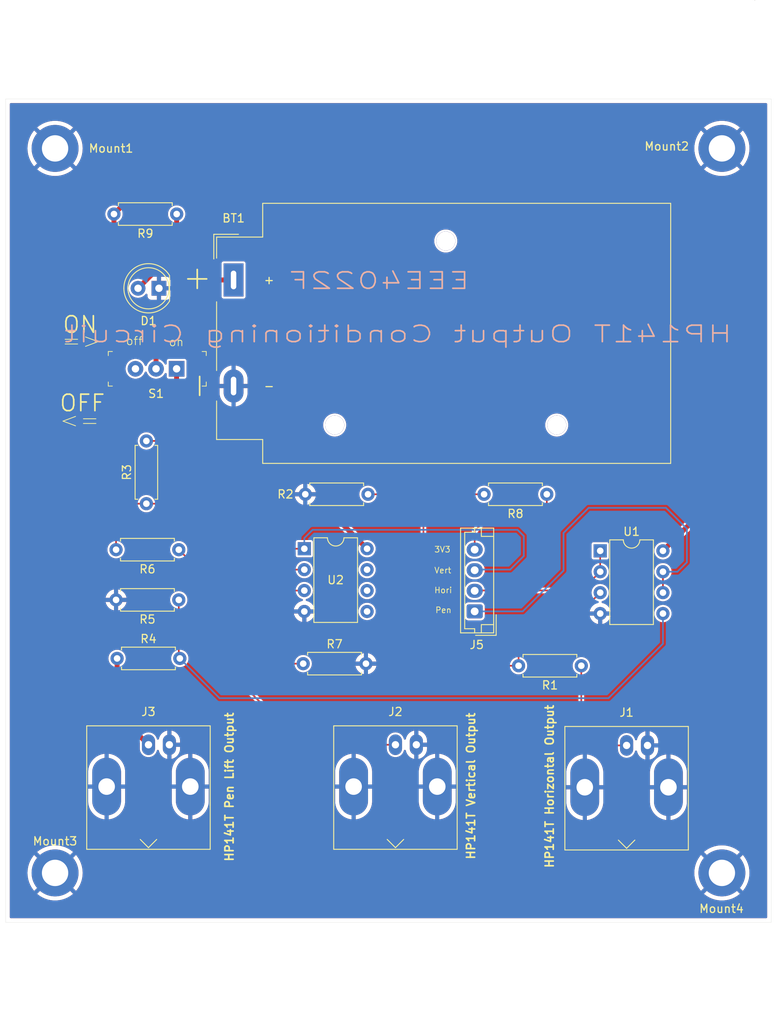
<source format=kicad_pcb>
(kicad_pcb (version 20221018) (generator pcbnew)
  (title_block (title "HP141T Signal Conditioning Board") (date "2025-04-04") (rev "v01") (company "University of  Cape Town"))
  (layers (0 "F.Cu" signal) (31 "B.Cu" signal) (34 "B.Paste" user) (35 "F.Paste" user) (36 "B.SilkS" user "B.Silkscreen") (37 "F.SilkS" user "F.Silkscreen") (38 "B.Mask" user) (39 "F.Mask" user) (44 "Edge.Cuts" user))
  (net 0 "")
  (net 1 "+9V")
  (net 2 "V_vout")
  (net 3 "GND")
  (net 4 "Net-(D1-A)")
  (net 5 "V_hin")
  (net 6 "Net-(U1A-+)")
  (net 7 "Net-(U2A--)")
  (net 8 "V_penin")
  (net 9 "Net-(U1B-+)")
  (net 10 "V_vin")
  (net 11 "Net-(U2A-+)")
  (net 12 "3V3")
  (net 13 "V_hout")
  (net 14 "V_penout")
  (net 18 "Net-(BT1-+)")
  (footprint "Battery:BatteryHolder_MPD_BA9VPC_1xPP3" (layer "F.Cu") (at 121.08 53.98)
    (fp_text reference "BT1" (at 0 -7.5) (layer "F.SilkS"))
    (fp_text value "9V")
    (fp_text user "-" (at 3.6 12.88) (layer "F.SilkS") (effects (justify left)))
    (fp_text user "+" (at 3.6 0) (layer "F.SilkS") (effects (justify left)))
    (fp_line (start -2.4 -5.55) (end -2.4 -2.55) (stroke (width 0.12)) (layer "F.SilkS"))
    (fp_line (start -2.4 -5.55) (end 0.6 -5.55) (stroke (width 0.12)) (layer "F.SilkS"))
    (fp_line (start -2.06 -5.21) (end -2.06 -2.65) (stroke (width 0.12)) (layer "F.SilkS"))
    (fp_line (start -2.06 2.65) (end -2.06 11) (stroke (width 0.12)) (layer "F.SilkS"))
    (fp_line (start -2.06 19.38) (end -2.06 14.7) (stroke (width 0.12)) (layer "F.SilkS"))
    (fp_line (start 3.54 -9.31) (end 3.54 -5.21) (stroke (width 0.12)) (layer "F.SilkS"))
    (fp_line (start 3.54 -5.21) (end -2.06 -5.21) (stroke (width 0.12)) (layer "F.SilkS"))
    (fp_line (start 3.54 19.38) (end -2.06 19.38) (stroke (width 0.12)) (layer "F.SilkS"))
    (fp_line (start 3.54 22.28) (end 3.54 19.38) (stroke (width 0.12)) (layer "F.SilkS"))
    (fp_line (start 53.1 -9.31) (end 3.54 -9.31) (stroke (width 0.12)) (layer "F.SilkS"))
    (fp_line (start 53.1 22.28) (end 3.54 22.28) (stroke (width 0.12)) (layer "F.SilkS"))
    (fp_line (start 53.1 22.28) (end 53.1 -9.31) (stroke (width 0.12)) (layer "F.SilkS"))
    (pad "" np_thru_hole circle (at 12.29 17.62) (size 2.3 2.3) (drill 2.29) (layers "*.Cu" "*.Mask"))
    (pad "" np_thru_hole circle (at 25.78 -4.73) (size 2.3 2.3) (drill 2.29) (layers "*.Cu" "*.Mask"))
    (pad "" np_thru_hole circle (at 39.26 17.62) (size 2.3 2.3) (drill 2.29) (layers "*.Cu" "*.Mask"))
    (pad "1" thru_hole rect (at 0 0) (size 2.41 4.02) (drill oval 0.66 2.27) (layers "*.Cu" "*.Mask") (net 18 "Net-(BT1-+)"))
    (pad "2" thru_hole oval (at 0 12.88) (size 2.41 4.02) (drill oval 0.66 2.27) (layers "*.Cu" "*.Mask") (net 3 "GND"))
  )
  (footprint "Connector_Coaxial:BNC_Amphenol_B6252HB-NPP3G-50_Horizontal" (layer "F.Cu") (at 110.744 110.434 180)
    (fp_text reference "J3" (at 0 4) (layer "F.SilkS"))
    (fp_text value "Conn_Coaxial")
    (fp_line (start -7.5 -12.7) (end 7.5 -12.7) (stroke (width 0.12)) (layer "F.SilkS"))
    (fp_line (start -7.5 2.3) (end -7.5 -12.7) (stroke (width 0.12)) (layer "F.SilkS"))
    (fp_line (start 0 -12.5) (end -1 -11.5) (stroke (width 0.12)) (layer "F.SilkS"))
    (fp_line (start 0 -12.5) (end 1 -11.5) (stroke (width 0.12)) (layer "F.SilkS"))
    (fp_line (start 7.5 -12.7) (end 7.5 2.3) (stroke (width 0.12)) (layer "F.SilkS"))
    (fp_line (start 7.5 2.3) (end -7.5 2.3) (stroke (width 0.12)) (layer "F.SilkS"))
    (pad "1" thru_hole oval (at 0 0 180) (size 1.6 2.5) (drill 0.89) (layers "*.Cu" "*.Mask") (net 8 "V_penin"))
    (pad "2" thru_hole oval (at -5.08 -5.08 180) (size 3.5 7) (drill 2.01) (layers "*.Cu" "*.Mask") (net 3 "GND"))
    (pad "2" thru_hole oval (at -2.54 0 180) (size 1.6 2.5) (drill 0.89) (layers "*.Cu" "*.Mask") (net 3 "GND"))
    (pad "2" thru_hole oval (at 5.08 -5.08 180) (size 3.5 7) (drill 2.01) (layers "*.Cu" "*.Mask") (net 3 "GND"))
  )
  (footprint "Connector_Coaxial:BNC_Amphenol_B6252HB-NPP3G-50_Horizontal" (layer "F.Cu") (at 168.824 110.514 180)
    (fp_text reference "J1" (at 0 4) (layer "F.SilkS"))
    (fp_text value "Conn_Coaxial")
    (fp_line (start -7.5 -12.7) (end 7.5 -12.7) (stroke (width 0.12)) (layer "F.SilkS"))
    (fp_line (start -7.5 2.3) (end -7.5 -12.7) (stroke (width 0.12)) (layer "F.SilkS"))
    (fp_line (start 0 -12.5) (end -1 -11.5) (stroke (width 0.12)) (layer "F.SilkS"))
    (fp_line (start 0 -12.5) (end 1 -11.5) (stroke (width 0.12)) (layer "F.SilkS"))
    (fp_line (start 7.5 -12.7) (end 7.5 2.3) (stroke (width 0.12)) (layer "F.SilkS"))
    (fp_line (start 7.5 2.3) (end -7.5 2.3) (stroke (width 0.12)) (layer "F.SilkS"))
    (pad "1" thru_hole oval (at 0 0 180) (size 1.6 2.5) (drill 0.89) (layers "*.Cu" "*.Mask") (net 5 "V_hin"))
    (pad "2" thru_hole oval (at -5.08 -5.08 180) (size 3.5 7) (drill 2.01) (layers "*.Cu" "*.Mask") (net 3 "GND"))
    (pad "2" thru_hole oval (at -2.54 0 180) (size 1.6 2.5) (drill 0.89) (layers "*.Cu" "*.Mask") (net 3 "GND"))
    (pad "2" thru_hole oval (at 5.08 -5.08 180) (size 3.5 7) (drill 2.01) (layers "*.Cu" "*.Mask") (net 3 "GND"))
  )
  (footprint "Resistor_THT:R_Axial_DIN0207_L6.3mm_D2.5mm_P7.62mm_Horizontal" (layer "F.Cu") (at 106.934 99.949)
    (fp_text reference "R4" (at 3.81 -2.37) (layer "F.SilkS"))
    (fp_text value "47k")
    (fp_line (start 0.54 -1.37) (end 7.08 -1.37) (stroke (width 0.12)) (layer "F.SilkS"))
    (fp_line (start 0.54 -1.04) (end 0.54 -1.37) (stroke (width 0.12)) (layer "F.SilkS"))
    (fp_line (start 0.54 1.04) (end 0.54 1.37) (stroke (width 0.12)) (layer "F.SilkS"))
    (fp_line (start 0.54 1.37) (end 7.08 1.37) (stroke (width 0.12)) (layer "F.SilkS"))
    (fp_line (start 7.08 -1.37) (end 7.08 -1.04) (stroke (width 0.12)) (layer "F.SilkS"))
    (fp_line (start 7.08 1.37) (end 7.08 1.04) (stroke (width 0.12)) (layer "F.SilkS"))
    (pad "1" thru_hole circle (at 0 0) (size 1.6 1.6) (drill 0.8) (layers "*.Cu" "*.Mask") (net 8 "V_penin"))
    (pad "2" thru_hole oval (at 7.62 0) (size 1.6 1.6) (drill 0.8) (layers "*.Cu" "*.Mask") (net 9 "Net-(U1B-+)"))
  )
  (footprint "Resistor_THT:R_Axial_DIN0207_L6.3mm_D2.5mm_P7.62mm_Horizontal" (layer "F.Cu") (at 159.131 80.01 180)
    (fp_text reference "R8" (at 3.81 -2.37) (layer "F.SilkS"))
    (fp_text value "68k")
    (fp_line (start 0.54 -1.37) (end 7.08 -1.37) (stroke (width 0.12)) (layer "F.SilkS"))
    (fp_line (start 0.54 -1.04) (end 0.54 -1.37) (stroke (width 0.12)) (layer "F.SilkS"))
    (fp_line (start 0.54 1.04) (end 0.54 1.37) (stroke (width 0.12)) (layer "F.SilkS"))
    (fp_line (start 0.54 1.37) (end 7.08 1.37) (stroke (width 0.12)) (layer "F.SilkS"))
    (fp_line (start 7.08 -1.37) (end 7.08 -1.04) (stroke (width 0.12)) (layer "F.SilkS"))
    (fp_line (start 7.08 1.37) (end 7.08 1.04) (stroke (width 0.12)) (layer "F.SilkS"))
    (pad "1" thru_hole circle (at 0 0 180) (size 1.6 1.6) (drill 0.8) (layers "*.Cu" "*.Mask") (net 12 "3V3"))
    (pad "2" thru_hole oval (at 7.62 0 180) (size 1.6 1.6) (drill 0.8) (layers "*.Cu" "*.Mask") (net 6 "Net-(U1A-+)"))
  )
  (footprint "Package_DIP:DIP-8_W7.62mm" (layer "F.Cu") (at 165.618 86.878)
    (fp_text reference "U1" (at 3.81 -2.33) (layer "F.SilkS"))
    (fp_text value "LM358")
    (fp_line (start 1.16 -1.33) (end 1.16 8.95) (stroke (width 0.12)) (layer "F.SilkS"))
    (fp_line (start 1.16 8.95) (end 6.46 8.95) (stroke (width 0.12)) (layer "F.SilkS"))
    (fp_line (start 2.81 -1.33) (end 1.16 -1.33) (stroke (width 0.12)) (layer "F.SilkS"))
    (fp_line (start 6.46 -1.33) (end 4.81 -1.33) (stroke (width 0.12)) (layer "F.SilkS"))
    (fp_line (start 6.46 8.95) (end 6.46 -1.33) (stroke (width 0.12)) (layer "F.SilkS"))
    (fp_arc (start 4.81 -1.33) (mid 3.81 -0.33) (end 2.81 -1.33) (stroke (width 0.12)) (layer "F.SilkS"))
    (pad "1" thru_hole rect (at 0 0) (size 1.6 1.6) (drill 0.8) (layers "*.Cu" "*.Mask") (net 13 "V_hout"))
    (pad "2" thru_hole oval (at 0 2.54) (size 1.6 1.6) (drill 0.8) (layers "*.Cu" "*.Mask") (net 13 "V_hout"))
    (pad "3" thru_hole oval (at 0 5.08) (size 1.6 1.6) (drill 0.8) (layers "*.Cu" "*.Mask") (net 6 "Net-(U1A-+)"))
    (pad "4" thru_hole oval (at 0 7.62) (size 1.6 1.6) (drill 0.8) (layers "*.Cu" "*.Mask") (net 3 "GND"))
    (pad "5" thru_hole oval (at 7.62 7.62) (size 1.6 1.6) (drill 0.8) (layers "*.Cu" "*.Mask") (net 9 "Net-(U1B-+)"))
    (pad "6" thru_hole oval (at 7.62 5.08) (size 1.6 1.6) (drill 0.8) (layers "*.Cu" "*.Mask") (net 14 "V_penout"))
    (pad "7" thru_hole oval (at 7.62 2.54) (size 1.6 1.6) (drill 0.8) (layers "*.Cu" "*.Mask") (net 14 "V_penout"))
    (pad "8" thru_hole oval (at 7.62 0) (size 1.6 1.6) (drill 0.8) (layers "*.Cu" "*.Mask") (net 1 "+9V"))
  )
  (footprint "MountingHole:MountingHole_3.2mm_M3_ISO7380_Pad" (layer "F.Cu") (at 99.4 38)
    (fp_text reference "Mount1" (at 6.8 0) (layer "F.SilkS"))
    (fp_text value "MountingHole_3.2mm_M3_ISO7380_Pad")
    (pad "1" thru_hole circle (at 0 0) (size 5.7 5.7) (drill 3.2) (layers "*.Cu" "*.Mask") (net 3 "GND"))
  )
  (footprint "Resistor_THT:R_Axial_DIN0207_L6.3mm_D2.5mm_P7.62mm_Horizontal" (layer "F.Cu") (at 114.427 86.741 180)
    (fp_text reference "R6" (at 3.81 -2.37) (layer "F.SilkS"))
    (fp_text value "2.7k")
    (fp_line (start 0.54 -1.37) (end 7.08 -1.37) (stroke (width 0.12)) (layer "F.SilkS"))
    (fp_line (start 0.54 -1.04) (end 0.54 -1.37) (stroke (width 0.12)) (layer "F.SilkS"))
    (fp_line (start 0.54 1.04) (end 0.54 1.37) (stroke (width 0.12)) (layer "F.SilkS"))
    (fp_line (start 0.54 1.37) (end 7.08 1.37) (stroke (width 0.12)) (layer "F.SilkS"))
    (fp_line (start 7.08 -1.37) (end 7.08 -1.04) (stroke (width 0.12)) (layer "F.SilkS"))
    (fp_line (start 7.08 1.37) (end 7.08 1.04) (stroke (width 0.12)) (layer "F.SilkS"))
    (pad "1" thru_hole circle (at 0 0 180) (size 1.6 1.6) (drill 0.8) (layers "*.Cu" "*.Mask") (net 10 "V_vin"))
    (pad "2" thru_hole oval (at 7.62 0 180) (size 1.6 1.6) (drill 0.8) (layers "*.Cu" "*.Mask") (net 7 "Net-(U2A--)"))
  )
  (footprint "Package_DIP:DIP-8_W7.62mm" (layer "F.Cu") (at 129.677 86.624)
    (fp_text reference "U2" (at 3.8 3.8) (layer "F.SilkS"))
    (fp_text value "LM358")
    (fp_line (start 1.16 -1.33) (end 1.16 8.95) (stroke (width 0.12)) (layer "F.SilkS"))
    (fp_line (start 1.16 8.95) (end 6.46 8.95) (stroke (width 0.12)) (layer "F.SilkS"))
    (fp_line (start 2.81 -1.33) (end 1.16 -1.33) (stroke (width 0.12)) (layer "F.SilkS"))
    (fp_line (start 6.46 -1.33) (end 4.81 -1.33) (stroke (width 0.12)) (layer "F.SilkS"))
    (fp_line (start 6.46 8.95) (end 6.46 -1.33) (stroke (width 0.12)) (layer "F.SilkS"))
    (fp_arc (start 4.81 -1.33) (mid 3.81 -0.33) (end 2.81 -1.33) (stroke (width 0.12)) (layer "F.SilkS"))
    (pad "1" thru_hole rect (at 0 0) (size 1.6 1.6) (drill 0.8) (layers "*.Cu" "*.Mask") (net 2 "V_vout"))
    (pad "2" thru_hole oval (at 0 2.54) (size 1.6 1.6) (drill 0.8) (layers "*.Cu" "*.Mask") (net 7 "Net-(U2A--)"))
    (pad "3" thru_hole oval (at 0 5.08) (size 1.6 1.6) (drill 0.8) (layers "*.Cu" "*.Mask") (net 11 "Net-(U2A-+)"))
    (pad "4" thru_hole oval (at 0 7.62) (size 1.6 1.6) (drill 0.8) (layers "*.Cu" "*.Mask") (net 3 "GND"))
    (pad "5" thru_hole oval (at 7.62 7.62) (size 1.6 1.6) (drill 0.8) (layers "*.Cu" "*.Mask"))
    (pad "6" thru_hole oval (at 7.62 5.08) (size 1.6 1.6) (drill 0.8) (layers "*.Cu" "*.Mask"))
    (pad "7" thru_hole oval (at 7.62 2.54) (size 1.6 1.6) (drill 0.8) (layers "*.Cu" "*.Mask"))
    (pad "8" thru_hole oval (at 7.62 0) (size 1.6 1.6) (drill 0.8) (layers "*.Cu" "*.Mask") (net 1 "+9V"))
  )
  (footprint "Resistor_THT:R_Axial_DIN0207_L6.3mm_D2.5mm_P7.62mm_Horizontal" (layer "F.Cu") (at 137.414 80.01 180)
    (fp_text reference "R2" (at 10.033 0) (layer "F.SilkS"))
    (fp_text value "200k")
    (fp_line (start 0.54 -1.37) (end 7.08 -1.37) (stroke (width 0.12)) (layer "F.SilkS"))
    (fp_line (start 0.54 -1.04) (end 0.54 -1.37) (stroke (width 0.12)) (layer "F.SilkS"))
    (fp_line (start 0.54 1.04) (end 0.54 1.37) (stroke (width 0.12)) (layer "F.SilkS"))
    (fp_line (start 0.54 1.37) (end 7.08 1.37) (stroke (width 0.12)) (layer "F.SilkS"))
    (fp_line (start 7.08 -1.37) (end 7.08 -1.04) (stroke (width 0.12)) (layer "F.SilkS"))
    (fp_line (start 7.08 1.37) (end 7.08 1.04) (stroke (width 0.12)) (layer "F.SilkS"))
    (pad "1" thru_hole circle (at 0 0 180) (size 1.6 1.6) (drill 0.8) (layers "*.Cu" "*.Mask") (net 6 "Net-(U1A-+)"))
    (pad "2" thru_hole oval (at 7.62 0 180) (size 1.6 1.6) (drill 0.8) (layers "*.Cu" "*.Mask") (net 3 "GND"))
  )
  (footprint "MountingHole:MountingHole_3.2mm_M3_ISO7380_Pad" (layer "F.Cu") (at 99.4 126)
    (fp_text reference "Mount3" (at 0 -3.85) (layer "F.SilkS"))
    (fp_text value "MountingHole_3.2mm_M3_ISO7380_Pad")
    (pad "1" thru_hole circle (at 0 0) (size 5.7 5.7) (drill 3.2) (layers "*.Cu" "*.Mask") (net 3 "GND"))
  )
  (footprint "digikey-footprints:Switch_Slide_11.6x4mm_EG1218" (layer "F.Cu") (at 114.163 64.77 180)
    (fp_text reference "S1" (at 2.49 -3.02 180) (layer "F.SilkS"))
    (fp_text value "EG1218")
    (fp_line (start -3.6 -2.1) (end -3.6 -1.6) (stroke (width 0.1)) (layer "F.SilkS"))
    (fp_line (start -3.6 -2.1) (end -3.1 -2.1) (stroke (width 0.1)) (layer "F.SilkS"))
    (fp_line (start -3.6 2.1) (end -3.6 1.6) (stroke (width 0.1)) (layer "F.SilkS"))
    (fp_line (start -3.6 2.1) (end -3.1 2.1) (stroke (width 0.1)) (layer "F.SilkS"))
    (fp_line (start 8.3 -2.1) (end 7.8 -2.1) (stroke (width 0.1)) (layer "F.SilkS"))
    (fp_line (start 8.3 -2.1) (end 8.3 -1.6) (stroke (width 0.1)) (layer "F.SilkS"))
    (fp_line (start 8.3 2.1) (end 7.8 2.1) (stroke (width 0.1)) (layer "F.SilkS"))
    (fp_line (start 8.3 2.1) (end 8.3 1.6) (stroke (width 0.1)) (layer "F.SilkS"))
    (pad "1" thru_hole rect (at 0 0 180) (size 1.9 1.9) (drill 0.9) (layers "*.Cu" "*.Mask") (net 1 "+9V"))
    (pad "2" thru_hole circle (at 2.5 0 180) (size 1.9 1.9) (drill 0.9) (layers "*.Cu" "*.Mask") (net 18 "Net-(BT1-+)"))
    (pad "3" thru_hole circle (at 5 0 180) (size 1.9 1.9) (drill 0.9) (layers "*.Cu" "*.Mask"))
  )
  (footprint "MountingHole:MountingHole_3.2mm_M3_ISO7380_Pad" (layer "F.Cu") (at 180.4 38)
    (fp_text reference "Mount2" (at -6.7 -0.25) (layer "F.SilkS"))
    (fp_text value "MountingHole_3.2mm_M3_ISO7380_Pad")
    (pad "1" thru_hole circle (at 0 0) (size 5.7 5.7) (drill 3.2) (layers "*.Cu" "*.Mask") (net 3 "GND"))
  )
  (footprint "MountingHole:MountingHole_3.2mm_M3_ISO7380_Pad" (layer "F.Cu") (at 180.4 126)
    (fp_text reference "Mount4" (at -0.05 4.35) (layer "F.SilkS"))
    (fp_text value "MountingHole_3.2mm_M3_ISO7380_Pad")
    (pad "1" thru_hole circle (at 0 0) (size 5.7 5.7) (drill 3.2) (layers "*.Cu" "*.Mask") (net 3 "GND"))
  )
  (footprint "Resistor_THT:R_Axial_DIN0207_L6.3mm_D2.5mm_P7.62mm_Horizontal" (layer "F.Cu") (at 114.173 45.974 180)
    (fp_text reference "R9" (at 3.81 -2.37) (layer "F.SilkS"))
    (fp_text value "470R")
    (fp_line (start 0.54 -1.37) (end 7.08 -1.37) (stroke (width 0.12)) (layer "F.SilkS"))
    (fp_line (start 0.54 -1.04) (end 0.54 -1.37) (stroke (width 0.12)) (layer "F.SilkS"))
    (fp_line (start 0.54 1.04) (end 0.54 1.37) (stroke (width 0.12)) (layer "F.SilkS"))
    (fp_line (start 0.54 1.37) (end 7.08 1.37) (stroke (width 0.12)) (layer "F.SilkS"))
    (fp_line (start 7.08 -1.37) (end 7.08 -1.04) (stroke (width 0.12)) (layer "F.SilkS"))
    (fp_line (start 7.08 1.37) (end 7.08 1.04) (stroke (width 0.12)) (layer "F.SilkS"))
    (pad "1" thru_hole circle (at 0 0 180) (size 1.6 1.6) (drill 0.8) (layers "*.Cu" "*.Mask") (net 4 "Net-(D1-A)"))
    (pad "2" thru_hole oval (at 7.62 0 180) (size 1.6 1.6) (drill 0.8) (layers "*.Cu" "*.Mask") (net 1 "+9V"))
  )
  (footprint "Resistor_THT:R_Axial_DIN0207_L6.3mm_D2.5mm_P7.62mm_Horizontal" (layer "F.Cu") (at 110.49 81.153 90)
    (fp_text reference "R3" (at 3.81 -2.37 90) (layer "F.SilkS"))
    (fp_text value "10k")
    (fp_line (start 0.54 -1.37) (end 7.08 -1.37) (stroke (width 0.12)) (layer "F.SilkS"))
    (fp_line (start 0.54 -1.04) (end 0.54 -1.37) (stroke (width 0.12)) (layer "F.SilkS"))
    (fp_line (start 0.54 1.04) (end 0.54 1.37) (stroke (width 0.12)) (layer "F.SilkS"))
    (fp_line (start 0.54 1.37) (end 7.08 1.37) (stroke (width 0.12)) (layer "F.SilkS"))
    (fp_line (start 7.08 -1.37) (end 7.08 -1.04) (stroke (width 0.12)) (layer "F.SilkS"))
    (fp_line (start 7.08 1.37) (end 7.08 1.04) (stroke (width 0.12)) (layer "F.SilkS"))
    (pad "1" thru_hole circle (at 0 0 90) (size 1.6 1.6) (drill 0.8) (layers "*.Cu" "*.Mask") (net 7 "Net-(U2A--)"))
    (pad "2" thru_hole oval (at 7.62 0 90) (size 1.6 1.6) (drill 0.8) (layers "*.Cu" "*.Mask") (net 2 "V_vout"))
  )
  (footprint "Resistor_THT:R_Axial_DIN0207_L6.3mm_D2.5mm_P7.62mm_Horizontal" (layer "F.Cu") (at 114.427 92.837 180)
    (fp_text reference "R5" (at 3.81 -2.37) (layer "F.SilkS"))
    (fp_text value "10k")
    (fp_line (start 0.54 -1.37) (end 7.08 -1.37) (stroke (width 0.12)) (layer "F.SilkS"))
    (fp_line (start 0.54 -1.04) (end 0.54 -1.37) (stroke (width 0.12)) (layer "F.SilkS"))
    (fp_line (start 0.54 1.04) (end 0.54 1.37) (stroke (width 0.12)) (layer "F.SilkS"))
    (fp_line (start 0.54 1.37) (end 7.08 1.37) (stroke (width 0.12)) (layer "F.SilkS"))
    (fp_line (start 7.08 -1.37) (end 7.08 -1.04) (stroke (width 0.12)) (layer "F.SilkS"))
    (fp_line (start 7.08 1.37) (end 7.08 1.04) (stroke (width 0.12)) (layer "F.SilkS"))
    (pad "1" thru_hole circle (at 0 0 180) (size 1.6 1.6) (drill 0.8) (layers "*.Cu" "*.Mask") (net 9 "Net-(U1B-+)"))
    (pad "2" thru_hole oval (at 7.62 0 180) (size 1.6 1.6) (drill 0.8) (layers "*.Cu" "*.Mask") (net 3 "GND"))
  )
  (footprint "Resistor_THT:R_Axial_DIN0207_L6.3mm_D2.5mm_P7.62mm_Horizontal" (layer "F.Cu") (at 163.322 100.838 180)
    (fp_text reference "R1" (at 3.81 -2.37) (layer "F.SilkS"))
    (fp_text value "100k")
    (fp_line (start 0.54 -1.37) (end 7.08 -1.37) (stroke (width 0.12)) (layer "F.SilkS"))
    (fp_line (start 0.54 -1.04) (end 0.54 -1.37) (stroke (width 0.12)) (layer "F.SilkS"))
    (fp_line (start 0.54 1.04) (end 0.54 1.37) (stroke (width 0.12)) (layer "F.SilkS"))
    (fp_line (start 0.54 1.37) (end 7.08 1.37) (stroke (width 0.12)) (layer "F.SilkS"))
    (fp_line (start 7.08 -1.37) (end 7.08 -1.04) (stroke (width 0.12)) (layer "F.SilkS"))
    (fp_line (start 7.08 1.37) (end 7.08 1.04) (stroke (width 0.12)) (layer "F.SilkS"))
    (pad "1" thru_hole circle (at 0 0 180) (size 1.6 1.6) (drill 0.8) (layers "*.Cu" "*.Mask") (net 5 "V_hin"))
    (pad "2" thru_hole oval (at 7.62 0 180) (size 1.6 1.6) (drill 0.8) (layers "*.Cu" "*.Mask") (net 6 "Net-(U1A-+)"))
  )
  (footprint "Resistor_THT:R_Axial_DIN0207_L6.3mm_D2.5mm_P7.62mm_Horizontal" (layer "F.Cu") (at 129.54 100.584)
    (fp_text reference "R7" (at 3.81 -2.37) (layer "F.SilkS"))
    (fp_text value "2.2k")
    (fp_line (start 0.54 -1.37) (end 7.08 -1.37) (stroke (width 0.12)) (layer "F.SilkS"))
    (fp_line (start 0.54 -1.04) (end 0.54 -1.37) (stroke (width 0.12)) (layer "F.SilkS"))
    (fp_line (start 0.54 1.04) (end 0.54 1.37) (stroke (width 0.12)) (layer "F.SilkS"))
    (fp_line (start 0.54 1.37) (end 7.08 1.37) (stroke (width 0.12)) (layer "F.SilkS"))
    (fp_line (start 7.08 -1.37) (end 7.08 -1.04) (stroke (width 0.12)) (layer "F.SilkS"))
    (fp_line (start 7.08 1.37) (end 7.08 1.04) (stroke (width 0.12)) (layer "F.SilkS"))
    (pad "1" thru_hole circle (at 0 0) (size 1.6 1.6) (drill 0.8) (layers "*.Cu" "*.Mask") (net 11 "Net-(U2A-+)"))
    (pad "2" thru_hole oval (at 7.62 0) (size 1.6 1.6) (drill 0.8) (layers "*.Cu" "*.Mask") (net 3 "GND"))
  )
  (footprint "LED_THT:LED_D5.0mm" (layer "F.Cu") (at 112.019 54.991 180)
    (fp_text reference "D1" (at 1.27 -3.96) (layer "F.SilkS"))
    (fp_text value "Green")
    (fp_line (start -1.29 -1.545) (end -1.29 1.545) (stroke (width 0.12)) (layer "F.SilkS"))
    (fp_arc (start -1.29 -1.54483) (mid 2.072002 -2.880433) (end 4.26 0.000462) (stroke (width 0.12)) (layer "F.SilkS"))
    (fp_arc (start 4.26 -0.000462) (mid 2.072002 2.880433) (end -1.29 1.54483) (stroke (width 0.12)) (layer "F.SilkS"))
    (fp_circle (center 1.27 0) (end 3.77 0) (stroke (width 0.12)) (fill none) (layer "F.SilkS"))
    (pad "1" thru_hole rect (at 0 0 180) (size 1.8 1.8) (drill 0.9) (layers "*.Cu" "*.Mask") (net 3 "GND"))
    (pad "2" thru_hole circle (at 2.54 0 180) (size 1.8 1.8) (drill 0.9) (layers "*.Cu" "*.Mask") (net 4 "Net-(D1-A)"))
  )
  (footprint "Connector_JST:JST_EH_B4B-EH-A_1x04_P2.50mm_Vertical" (layer "F.Cu") (at 150.368 94.234 90)
    (fp_text reference "J5" (at -4.064 0.254 180) (layer "F.SilkS"))
    (fp_text value "Conn_01x04_Pin")
    (fp_line (start -2.91 0.11) (end -2.91 2.61) (stroke (width 0.12)) (layer "F.SilkS"))
    (fp_line (start -2.91 2.61) (end -0.41 2.61) (stroke (width 0.12)) (layer "F.SilkS"))
    (fp_line (start -2.61 -1.71) (end -2.61 2.31) (stroke (width 0.12)) (layer "F.SilkS"))
    (fp_line (start -2.61 0) (end -2.11 0) (stroke (width 0.12)) (layer "F.SilkS"))
    (fp_line (start -2.61 0.81) (end -1.61 0.81) (stroke (width 0.12)) (layer "F.SilkS"))
    (fp_line (start -2.61 2.31) (end 10.11 2.31) (stroke (width 0.12)) (layer "F.SilkS"))
    (fp_line (start -2.11 -1.21) (end 9.61 -1.21) (stroke (width 0.12)) (layer "F.SilkS"))
    (fp_line (start -2.11 0) (end -2.11 -1.21) (stroke (width 0.12)) (layer "F.SilkS"))
    (fp_line (start -1.61 0.81) (end -1.61 2.31) (stroke (width 0.12)) (layer "F.SilkS"))
    (fp_line (start 9.11 0.81) (end 9.11 2.31) (stroke (width 0.12)) (layer "F.SilkS"))
    (fp_line (start 9.61 -1.21) (end 9.61 0) (stroke (width 0.12)) (layer "F.SilkS"))
    (fp_line (start 9.61 0) (end 10.11 0) (stroke (width 0.12)) (layer "F.SilkS"))
    (fp_line (start 10.11 -1.71) (end -2.61 -1.71) (stroke (width 0.12)) (layer "F.SilkS"))
    (fp_line (start 10.11 0.81) (end 9.11 0.81) (stroke (width 0.12)) (layer "F.SilkS"))
    (fp_line (start 10.11 2.31) (end 10.11 -1.71) (stroke (width 0.12)) (layer "F.SilkS"))
    (pad "1" thru_hole roundrect (at 0 0 90) (size 1.7 1.95) (drill 0.95) (layers "*.Cu" "*.Mask") (roundrect_rratio 0.1470588235) (net 14 "V_penout"))
    (pad "2" thru_hole oval (at 2.5 0 90) (size 1.7 1.95) (drill 0.95) (layers "*.Cu" "*.Mask") (net 13 "V_hout"))
    (pad "3" thru_hole oval (at 5 0 90) (size 1.7 1.95) (drill 0.95) (layers "*.Cu" "*.Mask") (net 2 "V_vout"))
    (pad "4" thru_hole oval (at 7.5 0 90) (size 1.7 1.95) (drill 0.95) (layers "*.Cu" "*.Mask") (net 12 "3V3"))
  )
  (footprint "Connector_Coaxial:BNC_Amphenol_B6252HB-NPP3G-50_Horizontal" (layer "F.Cu") (at 140.744 110.434 180)
    (fp_text reference "J2" (at 0 4) (layer "F.SilkS"))
    (fp_text value "Conn_Coaxial")
    (fp_line (start -7.5 -12.7) (end 7.5 -12.7) (stroke (width 0.12)) (layer "F.SilkS"))
    (fp_line (start -7.5 2.3) (end -7.5 -12.7) (stroke (width 0.12)) (layer "F.SilkS"))
    (fp_line (start 0 -12.5) (end -1 -11.5) (stroke (width 0.12)) (layer "F.SilkS"))
    (fp_line (start 0 -12.5) (end 1 -11.5) (stroke (width 0.12)) (layer "F.SilkS"))
    (fp_line (start 7.5 -12.7) (end 7.5 2.3) (stroke (width 0.12)) (layer "F.SilkS"))
    (fp_line (start 7.5 2.3) (end -7.5 2.3) (stroke (width 0.12)) (layer "F.SilkS"))
    (pad "1" thru_hole oval (at 0 0 180) (size 1.6 2.5) (drill 0.89) (layers "*.Cu" "*.Mask") (net 10 "V_vin"))
    (pad "2" thru_hole oval (at -5.08 -5.08 180) (size 3.5 7) (drill 2.01) (layers "*.Cu" "*.Mask") (net 3 "GND"))
    (pad "2" thru_hole oval (at -2.54 0 180) (size 1.6 2.5) (drill 0.89) (layers "*.Cu" "*.Mask") (net 3 "GND"))
    (pad "2" thru_hole oval (at 5.08 -5.08 180) (size 3.5 7) (drill 2.01) (layers "*.Cu" "*.Mask") (net 3 "GND"))
  )
  (gr_line (start 186.4 132) (end 186.4 32) (stroke (width 0.0254)) (layer "Edge.Cuts"))
  (gr_line (start 93.4 32) (end 93.4 132) (stroke (width 0.0254)) (layer "Edge.Cuts"))
  (gr_circle (center 184.4 20) (end 184.4 20) (stroke (width 0.05)) (fill none) (layer "Edge.Cuts"))
  (gr_line (start 93.4 132) (end 186.4 132) (stroke (width 0.0254)) (layer "Edge.Cuts"))
  (gr_line (start 186.4 32) (end 93.4 32) (stroke (width 0.0254)) (layer "Edge.Cuts"))
  (gr_text "HP141T Output Conditioning Circuit" (at 181.864 61.722) (layer "B.SilkS") (effects (font (size 2 3) (thickness 0.2) bold) (justify left bottom mirror)))
  (gr_text "EEE4022F" (at 149.987 55.245) (layer "B.SilkS") (effects (font (size 2 3) (thickness 0.2) bold) (justify left bottom mirror)))
  (gr_text "on" (at 113.157 62.103) (layer "F.SilkS") (effects (font (size 1 1) (thickness 0.1)) (justify left bottom)))
  (gr_text "-" (at 117.475 68.834 90) (layer "F.SilkS") (effects (font (size 1 3) (thickness 0.2) bold) (justify left bottom)))
  (gr_text "off" (at 107.95 61.976) (layer "F.SilkS") (effects (font (size 1 1) (thickness 0.1)) (justify left bottom)))
  (gr_text "=>" (at 100.076 62.484) (layer "F.SilkS") (effects (font (size 2 2) (thickness 0.1)) (justify left bottom)))
  (gr_text "Vert" (at 145.415 89.662) (layer "F.SilkS") (effects (font (size 0.7 0.7) (thickness 0.1)) (justify left bottom)))
  (gr_text "HP141T Horizontal Output" (at 160.05 125.5 90) (layer "F.SilkS") (effects (font (size 1 1) (thickness 0.2)) (justify left bottom)))
  (gr_text "3V3" (at 145.415 87.122) (layer "F.SilkS") (effects (font (size 0.7 0.7) (thickness 0.1)) (justify left bottom)))
  (gr_text "OFF" (at 99.822 70.104) (layer "F.SilkS") (effects (font (size 2 2) (thickness 0.2)) (justify left bottom)))
  (gr_text "HP141T Pen Lift Output" (at 121.158 124.714 90) (layer "F.SilkS") (effects (font (size 1 1) (thickness 0.2)) (justify left bottom)))
  (gr_text "HP141T Vertical Output" (at 150.495 124.46 90) (layer "F.SilkS") (effects (font (size 1 1) (thickness 0.2)) (justify left bottom)))
  (gr_text "Pen" (at 145.542 94.488) (layer "F.SilkS") (effects (font (size 0.7 0.7) (thickness 0.1)) (justify left bottom)))
  (gr_text "+" (at 114.681 55.372) (layer "F.SilkS") (effects (font (size 3 3) (thickness 0.2) bold) (justify left bottom)))
  (gr_text "Hori" (at 145.415 92.075) (layer "F.SilkS") (effects (font (size 0.7 0.7) (thickness 0.1)) (justify left bottom)))
  (gr_text "<=" (at 99.822 72.136) (layer "F.SilkS") (effects (font (size 2 2) (thickness 0.1)) (justify left bottom)))
  (gr_text "ON" (at 100.203 60.579) (layer "F.SilkS") (effects (font (size 2 2) (thickness 0.2)) (justify left bottom)))
  (segment (start 178.435 46.228) (end 172.593 40.386) (width 0.6) (layer "F.Cu") (net 1))
  (segment (start 178.435 81.681) (end 178.435 46.228) (width 0.6) (layer "F.Cu") (net 1))
  (segment (start 111.76 70.104) (end 109.855 70.104) (width 0.6) (layer "F.Cu") (net 1))
  (segment (start 106.543 45.984) (end 106.553 45.974) (width 0.2) (layer "F.Cu") (net 1))
  (segment (start 172.593 40.386) (end 112.141 40.386) (width 0.6) (layer "F.Cu") (net 1))
  (segment (start 109.855 70.104) (end 106.553 66.802) (width 0.6) (layer "F.Cu") (net 1))
  (segment (start 133.604 82.931) (end 121.539 82.931) (width 0.6) (layer "F.Cu") (net 1))
  (segment (start 112.141 40.386) (end 106.553 45.974) (width 0.6) (layer "F.Cu") (net 1))
  (segment (start 137.297 86.624) (end 133.604 82.931) (width 0.6) (layer "F.Cu") (net 1))
  (segment (start 116.713 78.105) (end 116.713 72.771) (width 0.6) (layer "F.Cu") (net 1))
  (segment (start 116.713 72.771) (end 114.046 70.104) (width 0.6) (layer "F.Cu") (net 1))
  (segment (start 106.553 66.802) (end 106.553 45.974) (width 0.6) (layer "F.Cu") (net 1))
  (segment (start 114.046 70.104) (end 114.163 69.987) (width 0.6) (layer "F.Cu") (net 1))
  (segment (start 114.046 70.104) (end 111.76 70.104) (width 0.6) (layer "F.Cu") (net 1))
  (segment (start 173.238 86.878) (end 178.435 81.681) (width 0.6) (layer "F.Cu") (net 1))
  (segment (start 114.163 69.987) (end 114.163 64.77) (width 0.6) (layer "F.Cu") (net 1))
  (segment (start 121.539 82.931) (end 116.713 78.105) (width 0.6) (layer "F.Cu") (net 1))
  (segment (start 113.157 73.533) (end 114.427 74.803) (width 0.2) (layer "F.Cu") (net 2))
  (segment (start 110.49 73.533) (end 113.157 73.533) (width 0.2) (layer "F.Cu") (net 2))
  (segment (start 114.427 74.803) (end 114.427 79.248) (width 0.2) (layer "F.Cu") (net 2))
  (segment (start 114.427 79.248) (end 121.803 86.624) (width 0.2) (layer "F.Cu") (net 2))
  (segment (start 121.803 86.624) (end 129.677 86.624) (width 0.2) (layer "F.Cu") (net 2))
  (segment (start 155.575 84.328) (end 130.683 84.328) (width 0.2) (layer "B.Cu") (net 2))
  (segment (start 150.368 89.154) (end 154.686 89.154) (width 0.2) (layer "B.Cu") (net 2))
  (segment (start 129.677 85.334) (end 129.677 86.624) (width 0.2) (layer "B.Cu") (net 2))
  (segment (start 156.337 87.503) (end 156.337 85.09) (width 0.2) (layer "B.Cu") (net 2))
  (segment (start 154.686 89.154) (end 156.337 87.503) (width 0.2) (layer "B.Cu") (net 2))
  (segment (start 156.337 85.09) (end 155.575 84.328) (width 0.2) (layer "B.Cu") (net 2))
  (segment (start 130.683 84.328) (end 129.677 85.334) (width 0.2) (layer "B.Cu") (net 2))
  (segment (start 114.173 50.297) (end 109.479 54.991) (width 0.6) (layer "F.Cu") (net 4))
  (segment (start 114.173 45.974) (end 114.173 50.297) (width 0.6) (layer "F.Cu") (net 4))
  (segment (start 163.322 107.95) (end 165.886 110.514) (width 0.2) (layer "F.Cu") (net 5))
  (segment (start 165.886 110.514) (end 168.824 110.514) (width 0.2) (layer "F.Cu") (net 5))
  (segment (start 163.322 100.838) (end 163.322 107.95) (width 0.2) (layer "F.Cu") (net 5))
  (segment (start 155.702 100.838) (end 155.702 97.663) (width 0.2) (layer "F.Cu") (net 6))
  (segment (start 137.414 80.01) (end 144.145 80.01) (width 0.2) (layer "F.Cu") (net 6))
  (segment (start 144.145 80.01) (end 144.145 96.012) (width 0.2) (layer "F.Cu") (net 6))
  (segment (start 148.971 100.838) (end 155.702 100.838) (width 0.2) (layer "F.Cu") (net 6))
  (segment (start 155.702 97.663) (end 156.845 96.52) (width 0.2) (layer "F.Cu") (net 6))
  (segment (start 156.845 96.52) (end 161.056 96.52) (width 0.2) (layer "F.Cu") (net 6))
  (segment (start 144.653 80.01) (end 151.511 80.01) (width 0.2) (layer "F.Cu") (net 6))
  (segment (start 144.145 80.01) (end 144.653 80.01) (width 0.2) (layer "F.Cu") (net 6))
  (segment (start 144.145 96.012) (end 148.971 100.838) (width 0.2) (layer "F.Cu") (net 6))
  (segment (start 161.056 96.52) (end 165.618 91.958) (width 0.2) (layer "F.Cu") (net 6))
  (segment (start 106.807 83.185) (end 108.839 81.153) (width 0.2) (layer "F.Cu") (net 7))
  (segment (start 121.676 89.164) (end 129.677 89.164) (width 0.2) (layer "F.Cu") (net 7))
  (segment (start 106.807 86.741) (end 106.807 83.185) (width 0.2) (layer "F.Cu") (net 7))
  (segment (start 108.839 81.153) (end 110.49 81.153) (width 0.2) (layer "F.Cu") (net 7))
  (segment (start 110.49 81.153) (end 113.665 81.153) (width 0.2) (layer "F.Cu") (net 7))
  (segment (start 113.665 81.153) (end 121.676 89.164) (width 0.2) (layer "F.Cu") (net 7))
  (segment (start 106.934 99.949) (end 106.934 106.624) (width 0.6) (layer "F.Cu") (net 8))
  (segment (start 106.934 106.624) (end 110.744 110.434) (width 0.6) (layer "F.Cu") (net 8))
  (segment (start 114.427 92.837) (end 114.427 99.822) (width 0.2) (layer "F.Cu") (net 9))
  (segment (start 114.427 99.822) (end 114.554 99.949) (width 0.2) (layer "F.Cu") (net 9))
  (segment (start 173.238 98.161) (end 166.624 104.775) (width 0.2) (layer "B.Cu") (net 9))
  (segment (start 173.238 94.498) (end 173.238 98.161) (width 0.2) (layer "B.Cu") (net 9))
  (segment (start 166.624 104.775) (end 119.38 104.775) (width 0.2) (layer "B.Cu") (net 9))
  (segment (start 119.38 104.775) (end 114.554 99.949) (width 0.2) (layer "B.Cu") (net 9))
  (segment (start 129.484 110.434) (end 140.744 110.434) (width 0.2) (layer "F.Cu") (net 10))
  (segment (start 118.618 90.932) (end 118.618 99.568) (width 0.2) (layer "F.Cu") (net 10))
  (segment (start 118.618 99.568) (end 129.484 110.434) (width 0.2) (layer "F.Cu") (net 10))
  (segment (start 114.427 86.741) (end 118.618 90.932) (width 0.2) (layer "F.Cu") (net 10))
  (segment (start 124.724 91.704) (end 129.677 91.704) (width 0.2) (layer "F.Cu") (net 11))
  (segment (start 129.54 91.567) (end 129.677 91.704) (width 0.2) (layer "F.Cu") (net 11))
  (segment (start 125.0315 100.584) (end 123.444 98.9965) (width 0.2) (layer "F.Cu") (net 11))
  (segment (start 124.714 91.694) (end 124.724 91.704) (width 0.2) (layer "F.Cu") (net 11))
  (segment (start 123.444 92.964) (end 124.714 91.694) (width 0.2) (layer "F.Cu") (net 11))
  (segment (start 123.444 98.9965) (end 123.444 92.964) (width 0.2) (layer "F.Cu") (net 11))
  (segment (start 129.54 100.584) (end 125.0315 100.584) (width 0.2) (layer "F.Cu") (net 11))
  (segment (start 150.368 84.455) (end 150.368 86.734) (width 0.2) (layer "F.Cu") (net 12))
  (segment (start 150.368 84.455) (end 151.257 83.566) (width 0.2) (layer "F.Cu") (net 12))
  (segment (start 157.226 83.566) (end 159.131 81.661) (width 0.2) (layer "F.Cu") (net 12))
  (segment (start 151.257 83.566) (end 157.226 83.566) (width 0.2) (layer "F.Cu") (net 12))
  (segment (start 159.131 81.661) (end 159.131 80.01) (width 0.2) (layer "F.Cu") (net 12))
  (segment (start 165.618 86.878) (end 165.618 89.418) (width 0.2) (layer "F.Cu") (net 13))
  (segment (start 163.342 91.694) (end 165.618 89.418) (width 0.2) (layer "F.Cu") (net 13))
  (segment (start 150.368 91.694) (end 163.342 91.694) (width 0.2) (layer "F.Cu") (net 13))
  (segment (start 173.238 89.418) (end 173.238 91.958) (width 0.2) (layer "F.Cu") (net 14))
  (segment (start 173.238 89.418) (end 174.996 89.418) (width 0.2) (layer "B.Cu") (net 14))
  (segment (start 176.149 84.201) (end 173.609 81.661) (width 0.2) (layer "B.Cu") (net 14))
  (segment (start 164.211 81.661) (end 161.163 84.709) (width 0.2) (layer "B.Cu") (net 14))
  (segment (start 173.609 81.661) (end 164.211 81.661) (width 0.2) (layer "B.Cu") (net 14))
  (segment (start 156.21 94.234) (end 150.368 94.234) (width 0.2) (layer "B.Cu") (net 14))
  (segment (start 174.996 89.418) (end 176.149 88.265) (width 0.2) (layer "B.Cu") (net 14))
  (segment (start 161.163 89.281) (end 156.21 94.234) (width 0.2) (layer "B.Cu") (net 14))
  (segment (start 161.163 84.709) (end 161.163 89.281) (width 0.2) (layer "B.Cu") (net 14))
  (segment (start 176.149 88.265) (end 176.149 84.201) (width 0.2) (layer "B.Cu") (net 14))
  (segment (start 117.47 53.98) (end 111.663 59.787) (width 0.6) (layer "F.Cu") (net 18))
  (segment (start 111.663 59.787) (end 111.663 64.77) (width 0.6) (layer "F.Cu") (net 18))
  (segment (start 121.08 53.98) (end 117.47 53.98) (width 0.6) (layer "F.Cu") (net 18))
  (zone (net 3) (net_name "GND") (layer "F.Cu") (connect_pads (clearance 0.254)) (min_thickness 0.25) (fill yes (thermal_gap 0.5) (thermal_bridge_width 0.5))
    (polygon (pts (xy 92.71 133.35) (xy 92.837 30.734) (xy 187.579 30.734) (xy 187.579 132.461)))
  )
  (zone (net 3) (net_name "GND") (layer "B.Cu") (priority 1) (connect_pads (clearance 0.254)) (min_thickness 0.254) (fill yes (thermal_gap 0.5) (thermal_bridge_width 0.5))
    (polygon (pts (xy 92.71 133.223) (xy 92.837 30.607) (xy 187.452 30.607) (xy 187.579 132.461)))
  )
)
</source>
